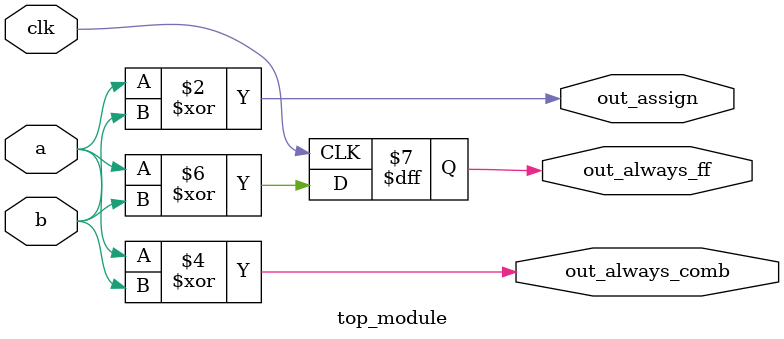
<source format=sv>
module top_module(
    input clk,
    input a,
    input b,
    output out_assign,
    output reg out_always_comb,
    output reg out_always_ff
);
    
    always @(*) begin
        out_assign = a ^ b;
    end
    
    always @(a, b) begin
        out_always_comb = a ^ b;
    end
    
    always @(posedge clk) begin
        out_always_ff <= a ^ b;
    end
    
endmodule

</source>
